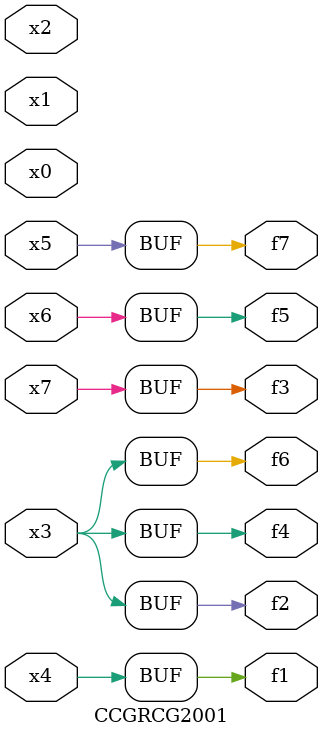
<source format=v>
module CCGRCG2001(
	input x0, x1, x2, x3, x4, x5, x6, x7,
	output f1, f2, f3, f4, f5, f6, f7
);
	assign f1 = x4;
	assign f2 = x3;
	assign f3 = x7;
	assign f4 = x3;
	assign f5 = x6;
	assign f6 = x3;
	assign f7 = x5;
endmodule

</source>
